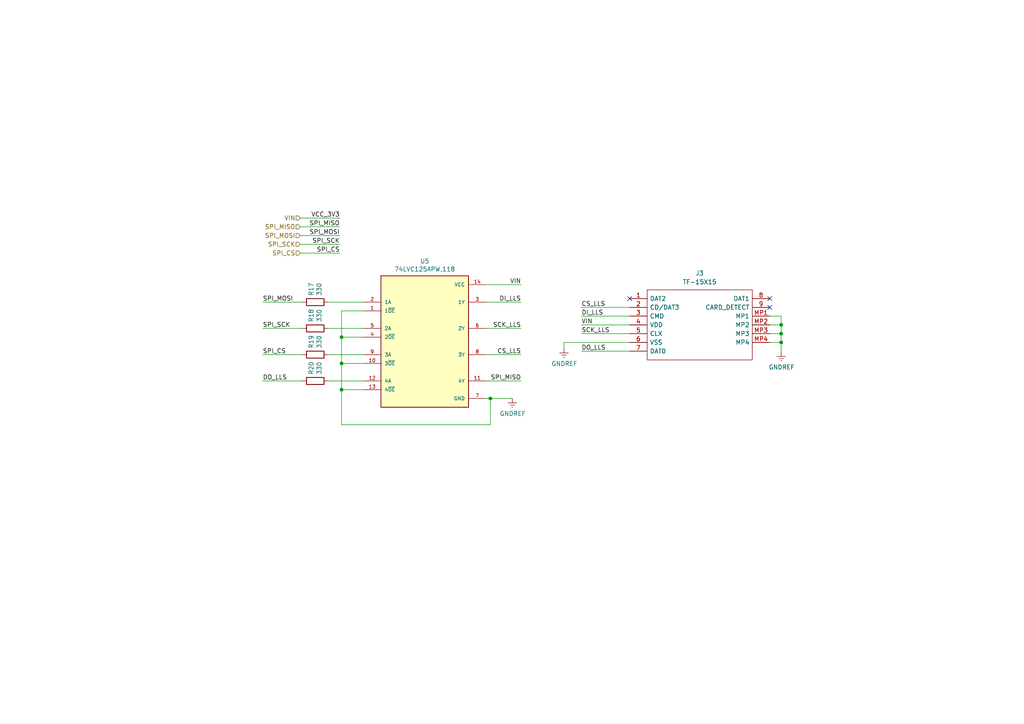
<source format=kicad_sch>
(kicad_sch (version 20231120) (generator "eeschema") (generator_version "8.0")
  (paper "A4")
  (lib_symbols
    (symbol "Device:R" (pin_numbers hide) (pin_names (offset 0))
      (property "Reference" "R" (at 2.032 0 90))
      (property "Value" "R" (at 0 0 90))
      (symbol "R_0_1"
        (rectangle (start -1.016 -2.54) (end 1.016 2.54) (stroke (width 0.254)))
      )
      (symbol "R_1_1"
        (pin passive line (at 0 3.81 270) (length 1.27) (name "~") (number "1"))
        (pin passive line (at 0 -3.81 90) (length 1.27) (name "~") (number "2"))
      )
    )
    (symbol "ESP32-rescue:74LVC125APW,118-74LVC125APW_118" (pin_names (offset 1.016))
      (property "Reference" "U" (at -12.7 21.082 0))
      (property "Value" "74LVC125APW,118-74LVC125APW_118" (at -12.7 -20.32 0))
      (symbol "74LVC125APW,118-74LVC125APW_118_0_0"
        (rectangle (start -12.7 -17.78) (end 12.7 20.32) (stroke (width 0.254)) (fill (type background)))
        (pin input line (at -17.78 10.16 0) (length 5.08) (name "1~{OE}") (number "1"))
        (pin input line (at -17.78 -5.08 0) (length 5.08) (name "3~{OE}") (number "10"))
        (pin output line (at 17.78 -10.16 180) (length 5.08) (name "4Y") (number "11"))
        (pin input line (at -17.78 -10.16 0) (length 5.08) (name "4A") (number "12"))
        (pin input line (at -17.78 -12.7 0) (length 5.08) (name "4~{OE}") (number "13"))
        (pin power_in line (at 17.78 17.78 180) (length 5.08) (name "VCC") (number "14"))
        (pin input line (at -17.78 12.7 0) (length 5.08) (name "1A") (number "2"))
        (pin output line (at 17.78 12.7 180) (length 5.08) (name "1Y") (number "3"))
        (pin input line (at -17.78 2.54 0) (length 5.08) (name "2~{OE}") (number "4"))
        (pin input line (at -17.78 5.08 0) (length 5.08) (name "2A") (number "5"))
        (pin output line (at 17.78 5.08 180) (length 5.08) (name "2Y") (number "6"))
        (pin power_in line (at 17.78 -15.24 180) (length 5.08) (name "GND") (number "7"))
        (pin output line (at 17.78 -2.54 180) (length 5.08) (name "3Y") (number "8"))
        (pin input line (at -17.78 -2.54 0) (length 5.08) (name "3A") (number "9"))
      )
    )
    (symbol "TF-15X15:TF-15X15" (pin_names (offset 0.762))
      (property "Reference" "J" (at 36.83 7.62 0))
      (property "Value" "TF-15X15" (at 36.83 5.08 0))
      (symbol "TF-15X15_0_0"
        (pin passive line (at 0 0 0) (length 5.08) (name "DAT2") (number "1"))
        (pin passive line (at 0 -2.54 0) (length 5.08) (name "CD/DAT3") (number "2"))
        (pin passive line (at 0 -5.08 0) (length 5.08) (name "CMD") (number "3"))
        (pin passive line (at 0 -7.62 0) (length 5.08) (name "VDD") (number "4"))
        (pin passive line (at 0 -10.16 0) (length 5.08) (name "CLX") (number "5"))
        (pin passive line (at 0 -12.7 0) (length 5.08) (name "VSS") (number "6"))
        (pin passive line (at 0 -15.24 0) (length 5.08) (name "DAT0") (number "7"))
        (pin passive line (at 40.64 0 180) (length 5.08) (name "DAT1") (number "8"))
        (pin passive line (at 40.64 -2.54 180) (length 5.08) (name "CARD_DETECT") (number "9"))
        (pin passive line (at 40.64 -5.08 180) (length 5.08) (name "MP1") (number "MP1"))
        (pin passive line (at 40.64 -7.62 180) (length 5.08) (name "MP2") (number "MP2"))
        (pin passive line (at 40.64 -10.16 180) (length 5.08) (name "MP3") (number "MP3"))
        (pin passive line (at 40.64 -12.7 180) (length 5.08) (name "MP4") (number "MP4"))
      )
      (symbol "TF-15X15_0_1"
        (polyline (pts (xy 5.08 2.54) (xy 35.56 2.54) (xy 35.56 -17.78) (xy 5.08 -17.78) (xy 5.08 2.54)) (stroke (width 0.1524)))
      )
    )
    (symbol "power:GNDREF" (power) (pin_names (offset 0))
      (property "Value" "GNDREF" (at 0 -3.81 0))
      (symbol "GNDREF_0_1"
        (polyline (pts (xy -0.635 -1.905) (xy 0.635 -1.905)))
        (polyline (pts (xy -0.127 -2.54) (xy 0.127 -2.54)))
        (polyline (pts (xy 0 -1.27) (xy 0 0)))
        (polyline (pts (xy 1.27 -1.27) (xy -1.27 -1.27)))
      )
      (symbol "GNDREF_1_1"
        (pin power_in line (at 0 0 270) (length 0) hide (name "GNDREF") (number "1"))
      )
    )
  )
  (junction (at 226.568 94.234))
  (junction (at 226.568 99.314))
  (junction (at 99.06 105.41))
  (junction (at 142.24 115.57))
  (junction (at 226.568 96.774))
  (junction (at 99.06 113.03))
  (junction (at 99.06 97.79))
  (no_connect (at 182.626 86.614))
  (no_connect (at 223.266 89.154))
  (no_connect (at 223.266 86.614))
  (wire (pts (xy 140.97 82.55) (xy 151.13 82.55)))
  (wire (pts (xy 182.626 96.774) (xy 168.656 96.774)))
  (wire (pts (xy 226.568 91.694) (xy 226.568 94.234)))
  (wire (pts (xy 182.626 99.314) (xy 163.576 99.314)))
  (wire (pts (xy 99.06 90.17) (xy 105.41 90.17)))
  (wire (pts (xy 99.06 113.03) (xy 99.06 123.19)))
  (wire (pts (xy 95.25 95.25) (xy 105.41 95.25)))
  (wire (pts (xy 99.06 97.79) (xy 99.06 105.41)))
  (wire (pts (xy 99.06 90.17) (xy 99.06 97.79)))
  (wire (pts (xy 140.97 115.57) (xy 142.24 115.57)))
  (wire (pts (xy 223.266 91.694) (xy 226.568 91.694)))
  (wire (pts (xy 163.576 99.314) (xy 163.576 101.092)))
  (wire (pts (xy 182.626 94.234) (xy 168.656 94.234)))
  (wire (pts (xy 182.626 91.694) (xy 168.656 91.694)))
  (wire (pts (xy 226.568 94.234) (xy 226.568 96.774)))
  (wire (pts (xy 142.24 115.57) (xy 148.59 115.57)))
  (wire (pts (xy 105.41 97.79) (xy 99.06 97.79)))
  (wire (pts (xy 140.97 95.25) (xy 151.13 95.25)))
  (wire (pts (xy 140.97 87.63) (xy 151.13 87.63)))
  (wire (pts (xy 76.2 95.25) (xy 87.63 95.25)))
  (wire (pts (xy 140.97 110.49) (xy 151.13 110.49)))
  (wire (pts (xy 226.568 96.774) (xy 226.568 99.314)))
  (wire (pts (xy 140.97 102.87) (xy 151.13 102.87)))
  (wire (pts (xy 168.656 101.854) (xy 182.626 101.854)))
  (wire (pts (xy 99.06 123.19) (xy 142.24 123.19)))
  (wire (pts (xy 223.266 94.234) (xy 226.568 94.234)))
  (wire (pts (xy 76.2 102.87) (xy 87.63 102.87)))
  (wire (pts (xy 95.25 102.87) (xy 105.41 102.87)))
  (wire (pts (xy 95.25 87.63) (xy 105.41 87.63)))
  (wire (pts (xy 95.25 110.49) (xy 105.41 110.49)))
  (wire (pts (xy 223.266 99.314) (xy 226.568 99.314)))
  (wire (pts (xy 182.626 89.154) (xy 168.656 89.154)))
  (wire (pts (xy 87.122 65.786) (xy 98.552 65.786)))
  (wire (pts (xy 105.41 113.03) (xy 99.06 113.03)))
  (wire (pts (xy 98.552 70.866) (xy 87.122 70.866)))
  (wire (pts (xy 98.552 73.406) (xy 87.122 73.406)))
  (wire (pts (xy 142.24 123.19) (xy 142.24 115.57)))
  (wire (pts (xy 76.2 110.49) (xy 87.63 110.49)))
  (wire (pts (xy 98.552 68.326) (xy 87.122 68.326)))
  (wire (pts (xy 226.568 99.314) (xy 226.568 102.108)))
  (wire (pts (xy 98.552 63.246) (xy 87.122 63.246)))
  (wire (pts (xy 105.41 105.41) (xy 99.06 105.41)))
  (wire (pts (xy 99.06 105.41) (xy 99.06 113.03)))
  (wire (pts (xy 223.266 96.774) (xy 226.568 96.774)))
  (wire (pts (xy 76.2 87.63) (xy 87.63 87.63)))
  (label "VIN" (at 151.13 82.55 180))
  (label "SCK_LLS" (at 168.656 96.774 0))
  (label "CS_LLS" (at 151.13 102.87 180))
  (label "DI_LLS" (at 151.13 87.63 180))
  (label "SPI_MOSI" (at 76.2 87.63 0))
  (label "CS_LLS" (at 168.656 89.154 0))
  (label "SPI_CS" (at 98.552 73.406 180))
  (label "VCC_3V3" (at 98.552 63.246 180))
  (label "DO_LLS" (at 168.656 101.854 0))
  (label "SPI_SCK" (at 76.2 95.25 0))
  (label "DI_LLS" (at 168.656 91.694 0))
  (label "SPI_MISO" (at 98.552 65.786 180))
  (label "SPI_CS" (at 76.2 102.87 0))
  (label "SPI_MISO" (at 151.13 110.49 180))
  (label "SPI_MOSI" (at 98.552 68.326 180))
  (label "VIN" (at 168.656 94.234 0))
  (label "SPI_SCK" (at 98.552 70.866 180))
  (label "SCK_LLS" (at 151.13 95.25 180))
  (label "DO_LLS" (at 76.2 110.49 0))
  (hierarchical_label "SPI_CS" (shape input) (at 87.122 73.406 180))
  (hierarchical_label "SPI_MISO" (shape input) (at 87.122 65.786 180))
  (hierarchical_label "SPI_SCK" (shape input) (at 87.122 70.866 180))
  (hierarchical_label "VIN" (shape input) (at 87.122 63.246 180))
  (hierarchical_label "SPI_MOSI" (shape input) (at 87.122 68.326 180))
  (symbol (lib_id "power:GNDREF") (at 226.568 102.108 0) (unit 1)
    (property "Reference" "#PWR029" (effects (hide yes)))
    (property "Value" "GNDREF" (at 226.695 106.5022 0))
  )
  (symbol (lib_id "power:GNDREF") (at 163.576 101.092 0) (unit 1)
    (property "Reference" "#PWR028" (effects (hide yes)))
    (property "Value" "GNDREF" (at 163.703 105.4862 0))
  )
  (symbol (lib_id "power:GNDREF") (at 148.59 115.57 0) (unit 1)
    (property "Reference" "#PWR027" (effects (hide yes)))
    (property "Value" "GNDREF" (at 148.717 119.9642 0))
  )
  (symbol (lib_id "Device:R") (at 91.44 95.25 90) (unit 1)
    (property "Reference" "R18" (at 90.2716 93.472 0) (effects (justify left)))
    (property "Value" "330" (at 92.583 93.472 0) (effects (justify left)))
    (property "Footprint" "Resistor_SMD:R_0603_1608Metric" (effects (hide yes)))
    (property "PN" "0603WAF3300T5E" (effects (hide yes)))
  )
  (symbol (lib_id "Device:R") (at 91.44 110.49 90) (unit 1)
    (property "Reference" "R20" (at 90.2716 108.712 0) (effects (justify left)))
    (property "Value" "330" (at 92.583 108.712 0) (effects (justify left)))
    (property "Footprint" "Resistor_SMD:R_0603_1608Metric" (effects (hide yes)))
    (property "PN" "0603WAF3300T5E" (effects (hide yes)))
  )
  (symbol (lib_id "Device:R") (at 91.44 87.63 90) (unit 1)
    (property "Reference" "R17" (at 90.2716 85.852 0) (effects (justify left)))
    (property "Value" "330" (at 92.583 85.852 0) (effects (justify left)))
    (property "Footprint" "Resistor_SMD:R_0603_1608Metric" (effects (hide yes)))
    (property "PN" "0603WAF3300T5E" (effects (hide yes)))
  )
  (symbol (lib_id "TF-15X15:TF-15X15") (at 182.626 86.614 0) (unit 1)
    (property "Reference" "J3" (at 202.946 79.248 0))
    (property "Value" "TF-15X15" (at 202.946 81.788 0))
    (property "Footprint" "Footprints:TF15X15" (effects (hide yes)))
    (property "Datasheet" "https://datasheet.lcsc.com/szlcsc/SOFNG-TF-15-15_C111196.pdf" (effects (hide yes)))
    (property "Description" "Micro-SD Card Socket" (effects (hide yes)))
    (property "Height" "1.85" (effects (hide yes)))
    (property "Manufacturer_Name" "SOFNG" (effects (hide yes)))
    (property "PN" "TF-15x15" (effects (hide yes)))
  )
  (symbol (lib_id "Device:R") (at 91.44 102.87 90) (unit 1)
    (property "Reference" "R19" (at 90.2716 101.092 0) (effects (justify left)))
    (property "Value" "330" (at 92.583 101.092 0) (effects (justify left)))
    (property "Footprint" "Resistor_SMD:R_0603_1608Metric" (effects (hide yes)))
    (property "PN" "0603WAF3300T5E" (effects (hide yes)))
  )
  (symbol (lib_id "ESP32-rescue:74LVC125APW,118-74LVC125APW_118") (at 123.19 100.33 0) (unit 1)
    (property "Reference" "U5" (at 123.19 75.7682 0))
    (property "Value" "74LVC125APW,118" (at 123.19 78.0796 0))
    (property "Footprint" "Footprints:IC_74LVC125APW,118" (effects (hide yes)))
    (property "Description" "\\nBuffer, Non-Inverting 4 Element 1 Bit per Element 3-State Output 14-TSSOP\\n" (effects (hide yes)))
    (property "MF" "Nexperia USA Inc." (effects (hide yes)))
    (property "MAXIMUM_PACKAGE_HEIGHT" "1.1 mm" (effects (hide yes)))
    (property "Package" "TSSOP14-14 Nexperia USA Inc." (effects (hide yes)))
    (property "Price" "None" (effects (hide yes)))
    (property "Check_prices" "https://www.snapeda.com/parts/74LVC125APW,118/Nexperia/view-part/?ref=eda" (effects (hide yes)))
    (property "STANDARD" "Manufacturer Recommendation" (effects (hide yes)))
    (property "PARTREV" "9" (effects (hide yes)))
    (property "SnapEDA_Link" "https://www.snapeda.com/parts/74LVC125APW,118/Nexperia/view-part/?ref=snap" (effects (hide yes)))
    (property "MP" "74LVC125APW,118" (effects (hide yes)))
    (property "Purchase-URL" "https://pricing.snapeda.com/search?q=74LVC125APW,118&ref=eda" (effects (hide yes)))
    (property "Availability" "In Stock" (effects (hide yes)))
    (property "MANUFACTURER" "Nexperia" (effects (hide yes)))
    (property "PN" "74LVC125APW,118" (effects (hide yes)))
  )
)
</source>
